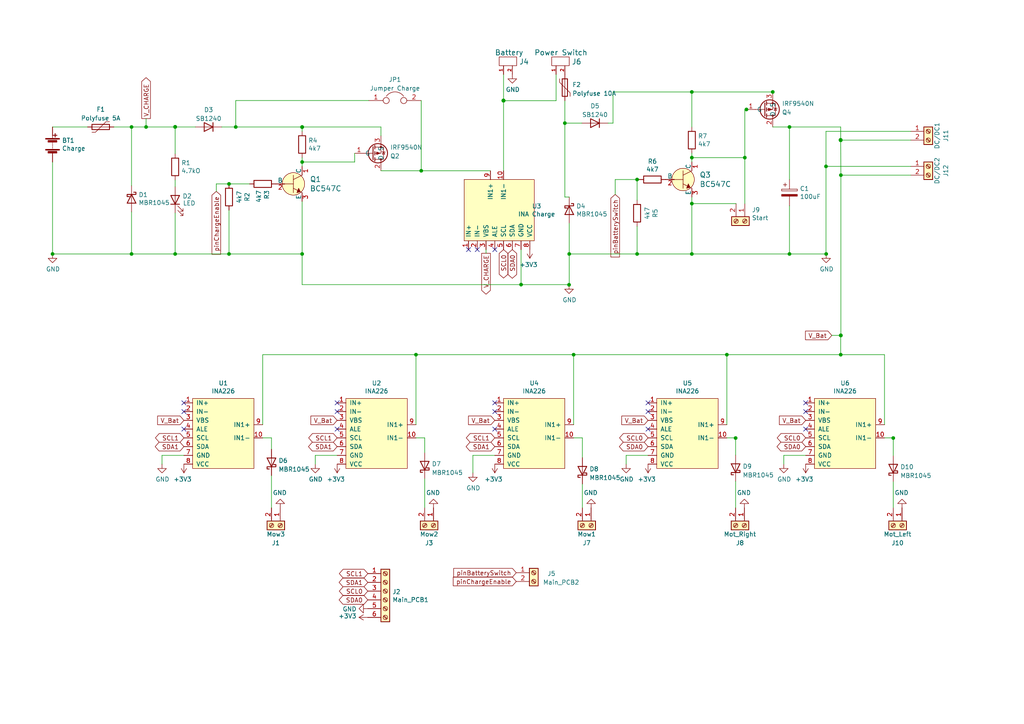
<source format=kicad_sch>
(kicad_sch (version 20211123) (generator eeschema)
  (paper "A4")
  (title_block (title "PowerPCB") (date "2024-02-07") (rev "v1.09.1") (comment 1 "Redesign by S.D original by Bernard") (comment 2 "Designed for TeensyMower"))
  (lib_symbols
    (symbol "Connector:Screw_Terminal_01x02" (pin_names (offset 1.016) hide)
      (property "Reference" "J" (at 0 2.54 0))
      (property "Value" "Screw_Terminal_01x02" (at 0 -5.08 0))
      (symbol "Screw_Terminal_01x02_1_1"
        (rectangle (start -1.27 1.27) (end 1.27 -3.81) (stroke (width 0.254)) (fill (type background)))
        (circle (center 0 -2.54) (radius 0.635) (stroke (width 0.1524)))
        (polyline (pts (xy -0.5334 -2.2098) (xy 0.3302 -3.048)) (stroke (width 0.1524)))
        (polyline (pts (xy -0.5334 0.3302) (xy 0.3302 -0.508)) (stroke (width 0.1524)))
        (polyline (pts (xy -0.3556 -2.032) (xy 0.508 -2.8702)) (stroke (width 0.1524)))
        (polyline (pts (xy -0.3556 0.508) (xy 0.508 -0.3302)) (stroke (width 0.1524)))
        (circle (center 0 0) (radius 0.635) (stroke (width 0.1524)))
        (pin passive line (at -5.08 0 0) (length 3.81) (name "Pin_1") (number "1"))
        (pin passive line (at -5.08 -2.54 0) (length 3.81) (name "Pin_2") (number "2"))
      )
    )
    (symbol "Connector:Screw_Terminal_01x06" (pin_names (offset 1.016) hide)
      (property "Reference" "J" (at 0 7.62 0))
      (property "Value" "Screw_Terminal_01x06" (at 0 -10.16 0))
      (symbol "Screw_Terminal_01x06_1_1"
        (rectangle (start -1.27 6.35) (end 1.27 -8.89) (stroke (width 0.254)) (fill (type background)))
        (circle (center 0 -7.62) (radius 0.635) (stroke (width 0.1524)))
        (circle (center 0 -5.08) (radius 0.635) (stroke (width 0.1524)))
        (circle (center 0 -2.54) (radius 0.635) (stroke (width 0.1524)))
        (polyline (pts (xy -0.5334 -7.2898) (xy 0.3302 -8.128)) (stroke (width 0.1524)))
        (polyline (pts (xy -0.5334 -4.7498) (xy 0.3302 -5.588)) (stroke (width 0.1524)))
        (polyline (pts (xy -0.5334 -2.2098) (xy 0.3302 -3.048)) (stroke (width 0.1524)))
        (polyline (pts (xy -0.5334 0.3302) (xy 0.3302 -0.508)) (stroke (width 0.1524)))
        (polyline (pts (xy -0.5334 2.8702) (xy 0.3302 2.032)) (stroke (width 0.1524)))
        (polyline (pts (xy -0.5334 5.4102) (xy 0.3302 4.572)) (stroke (width 0.1524)))
        (polyline (pts (xy -0.3556 -7.112) (xy 0.508 -7.9502)) (stroke (width 0.1524)))
        (polyline (pts (xy -0.3556 -4.572) (xy 0.508 -5.4102)) (stroke (width 0.1524)))
        (polyline (pts (xy -0.3556 -2.032) (xy 0.508 -2.8702)) (stroke (width 0.1524)))
        (polyline (pts (xy -0.3556 0.508) (xy 0.508 -0.3302)) (stroke (width 0.1524)))
        (polyline (pts (xy -0.3556 3.048) (xy 0.508 2.2098)) (stroke (width 0.1524)))
        (polyline (pts (xy -0.3556 5.588) (xy 0.508 4.7498)) (stroke (width 0.1524)))
        (circle (center 0 0) (radius 0.635) (stroke (width 0.1524)))
        (circle (center 0 2.54) (radius 0.635) (stroke (width 0.1524)))
        (circle (center 0 5.08) (radius 0.635) (stroke (width 0.1524)))
        (pin passive line (at -5.08 5.08 0) (length 3.81) (name "Pin_1") (number "1"))
        (pin passive line (at -5.08 2.54 0) (length 3.81) (name "Pin_2") (number "2"))
        (pin passive line (at -5.08 0 0) (length 3.81) (name "Pin_3") (number "3"))
        (pin passive line (at -5.08 -2.54 0) (length 3.81) (name "Pin_4") (number "4"))
        (pin passive line (at -5.08 -5.08 0) (length 3.81) (name "Pin_5") (number "5"))
        (pin passive line (at -5.08 -7.62 0) (length 3.81) (name "Pin_6") (number "6"))
      )
    )
    (symbol "Device:Battery" (pin_numbers hide) (pin_names (offset 0) hide)
      (property "Reference" "BT" (at 2.54 2.54 0))
      (property "Value" "Battery" (at 2.54 0 0))
      (symbol "Battery_0_1"
        (rectangle (start -2.032 -1.397) (end 2.032 -1.651) (fill (type outline)))
        (rectangle (start -2.032 1.778) (end 2.032 1.524) (fill (type outline)))
        (rectangle (start -1.3208 -1.9812) (end 1.27 -2.4892) (fill (type outline)))
        (rectangle (start -1.3208 1.1938) (end 1.27 0.6858) (fill (type outline)))
        (polyline (pts (xy 0 -1.524) (xy 0 -1.27)))
        (polyline (pts (xy 0 -1.016) (xy 0 -0.762)))
        (polyline (pts (xy 0 -0.508) (xy 0 -0.254)))
        (polyline (pts (xy 0 0) (xy 0 0.254)))
        (polyline (pts (xy 0 0.508) (xy 0 0.762)))
        (polyline (pts (xy 0 1.778) (xy 0 2.54)))
        (polyline (pts (xy 0.254 2.667) (xy 1.27 2.667)) (stroke (width 0.254)))
        (polyline (pts (xy 0.762 3.175) (xy 0.762 2.159)) (stroke (width 0.254)))
      )
      (symbol "Battery_1_1"
        (pin passive line (at 0 5.08 270) (length 2.54) (name "+") (number "1"))
        (pin passive line (at 0 -5.08 90) (length 2.54) (name "-") (number "2"))
      )
    )
    (symbol "Device:CP" (pin_numbers hide) (pin_names (offset 0.254))
      (property "Reference" "C" (at 0.635 2.54 0))
      (property "Value" "CP" (at 0.635 -2.54 0))
      (symbol "CP_0_1"
        (rectangle (start -2.286 0.508) (end 2.286 1.016))
        (polyline (pts (xy -1.778 2.286) (xy -0.762 2.286)))
        (polyline (pts (xy -1.27 2.794) (xy -1.27 1.778)))
        (rectangle (start 2.286 -0.508) (end -2.286 -1.016) (fill (type outline)))
      )
      (symbol "CP_1_1"
        (pin passive line (at 0 3.81 270) (length 2.794) (name "~") (number "1"))
        (pin passive line (at 0 -3.81 90) (length 2.794) (name "~") (number "2"))
      )
    )
    (symbol "Device:Jumper" (pin_names (offset 0.762) hide)
      (property "Reference" "JP" (at 0 3.81 0))
      (property "Value" "Jumper" (at 0 -2.032 0))
      (symbol "Jumper_0_1"
        (circle (center -2.54 0) (radius 0.889))
        (arc (start 2.5146 1.27) (mid 0.0078 2.5097) (end -2.4892 1.27))
        (circle (center 2.54 0) (radius 0.889))
        (pin passive line (at -7.62 0 0) (length 4.191) (name "1") (number "1"))
        (pin passive line (at 7.62 0 180) (length 4.191) (name "2") (number "2"))
      )
    )
    (symbol "Device:LED" (pin_numbers hide) (pin_names (offset 1.016) hide)
      (property "Reference" "D" (at 0 2.54 0))
      (property "Value" "LED" (at 0 -2.54 0))
      (symbol "LED_0_1"
        (polyline (pts (xy -1.27 -1.27) (xy -1.27 1.27)) (stroke (width 0.254)))
        (polyline (pts (xy -1.27 0) (xy 1.27 0)))
        (polyline (pts (xy 1.27 -1.27) (xy 1.27 1.27) (xy -1.27 0) (xy 1.27 -1.27)) (stroke (width 0.254)))
        (polyline (pts (xy -3.048 -0.762) (xy -4.572 -2.286) (xy -3.81 -2.286) (xy -4.572 -2.286) (xy -4.572 -1.524)))
        (polyline (pts (xy -1.778 -0.762) (xy -3.302 -2.286) (xy -2.54 -2.286) (xy -3.302 -2.286) (xy -3.302 -1.524)))
      )
      (symbol "LED_1_1"
        (pin passive line (at -3.81 0 0) (length 2.54) (name "K") (number "1"))
        (pin passive line (at 3.81 0 180) (length 2.54) (name "A") (number "2"))
      )
    )
    (symbol "Device:Polyfuse" (pin_numbers hide) (pin_names (offset 0))
      (property "Reference" "F" (at -2.54 0 90))
      (property "Value" "Polyfuse" (at 2.54 0 90))
      (symbol "Polyfuse_0_1"
        (rectangle (start -0.762 2.54) (end 0.762 -2.54) (stroke (width 0.254)))
        (polyline (pts (xy 0 2.54) (xy 0 -2.54)))
        (polyline (pts (xy -1.524 2.54) (xy -1.524 1.524) (xy 1.524 -1.524) (xy 1.524 -2.54)))
      )
      (symbol "Polyfuse_1_1"
        (pin passive line (at 0 3.81 270) (length 1.27) (name "~") (number "1"))
        (pin passive line (at 0 -3.81 90) (length 1.27) (name "~") (number "2"))
      )
    )
    (symbol "Device:R" (pin_numbers hide) (pin_names (offset 0))
      (property "Reference" "R" (at 2.032 0 90))
      (property "Value" "R" (at 0 0 90))
      (symbol "R_0_1"
        (rectangle (start -1.016 -2.54) (end 1.016 2.54) (stroke (width 0.254)))
      )
      (symbol "R_1_1"
        (pin passive line (at 0 3.81 270) (length 1.27) (name "~") (number "1"))
        (pin passive line (at 0 -3.81 90) (length 1.27) (name "~") (number "2"))
      )
    )
    (symbol "Diode:1N5401" (pin_numbers hide) (pin_names (offset 1.016) hide)
      (property "Reference" "D" (at 0 2.54 0))
      (property "Value" "1N5401" (at 0 -2.54 0))
      (symbol "1N5401_0_1"
        (polyline (pts (xy -1.27 1.27) (xy -1.27 -1.27)) (stroke (width 0.254)))
        (polyline (pts (xy 1.27 0) (xy -1.27 0)))
        (polyline (pts (xy 1.27 1.27) (xy 1.27 -1.27) (xy -1.27 0) (xy 1.27 1.27)) (stroke (width 0.254)))
      )
      (symbol "1N5401_1_1"
        (pin passive line (at -3.81 0 0) (length 2.54) (name "K") (number "1"))
        (pin passive line (at 3.81 0 180) (length 2.54) (name "A") (number "2"))
      )
    )
    (symbol "Diode:MBR735" (pin_numbers hide) (pin_names (offset 1.016) hide)
      (property "Reference" "D" (at 0 2.54 0))
      (property "Value" "MBR735" (at 0 -2.54 0))
      (symbol "MBR735_0_1"
        (polyline (pts (xy 1.27 0) (xy -1.27 0)))
        (polyline (pts (xy 1.27 1.27) (xy 1.27 -1.27) (xy -1.27 0) (xy 1.27 1.27)) (stroke (width 0.254)))
        (polyline (pts (xy -1.905 0.635) (xy -1.905 1.27) (xy -1.27 1.27) (xy -1.27 -1.27) (xy -0.635 -1.27) (xy -0.635 -0.635)) (stroke (width 0.254)))
      )
      (symbol "MBR735_1_1"
        (pin passive line (at -3.81 0 0) (length 2.54) (name "K") (number "1"))
        (pin passive line (at 3.81 0 180) (length 2.54) (name "A") (number "2"))
      )
    )
    (symbol "Diode:MBR745" (pin_numbers hide) (pin_names (offset 1.016) hide)
      (property "Reference" "D" (at 0 2.54 0))
      (property "Value" "MBR745" (at 0 -2.54 0))
      (symbol "MBR745_0_1"
        (polyline (pts (xy 1.27 0) (xy -1.27 0)))
        (polyline (pts (xy 1.27 1.27) (xy 1.27 -1.27) (xy -1.27 0) (xy 1.27 1.27)) (stroke (width 0.254)))
        (polyline (pts (xy -1.905 0.635) (xy -1.905 1.27) (xy -1.27 1.27) (xy -1.27 -1.27) (xy -0.635 -1.27) (xy -0.635 -0.635)) (stroke (width 0.254)))
      )
      (symbol "MBR745_1_1"
        (pin passive line (at -3.81 0 0) (length 2.54) (name "K") (number "1"))
        (pin passive line (at 3.81 0 180) (length 2.54) (name "A") (number "2"))
      )
    )
    (symbol "IRF9540N_2"
      (property "Reference" "Q" (at 5.08 1.905 0))
      (property "Value" "IRF9540N_2" (at 5.08 0 0))
      (symbol "IRF9540N_2_0_1"
        (polyline (pts (xy 0.254 0) (xy -2.54 0)))
        (polyline (pts (xy 0.254 1.905) (xy 0.254 -1.905)) (stroke (width 0.254)))
        (polyline (pts (xy 0.762 -1.27) (xy 0.762 -2.286)) (stroke (width 0.254)))
        (polyline (pts (xy 0.762 0.508) (xy 0.762 -0.508)) (stroke (width 0.254)))
        (polyline (pts (xy 0.762 2.286) (xy 0.762 1.27)) (stroke (width 0.254)))
        (polyline (pts (xy 2.54 2.54) (xy 2.54 1.778)))
        (polyline (pts (xy 2.54 -2.54) (xy 2.54 0) (xy 0.762 0)))
        (polyline (pts (xy 0.762 1.778) (xy 3.302 1.778) (xy 3.302 -1.778) (xy 0.762 -1.778)))
        (polyline (pts (xy 2.286 0) (xy 1.27 0.381) (xy 1.27 -0.381) (xy 2.286 0)) (fill (type outline)))
        (polyline (pts (xy 2.794 -0.508) (xy 2.921 -0.381) (xy 3.683 -0.381) (xy 3.81 -0.254)))
        (polyline (pts (xy 3.302 -0.381) (xy 2.921 0.254) (xy 3.683 0.254) (xy 3.302 -0.381)))
        (circle (center 1.651 0) (radius 2.794) (stroke (width 0.254)))
        (circle (center 2.54 -1.778) (radius 0.254) (fill (type outline)))
        (circle (center 2.54 1.778) (radius 0.254) (fill (type outline)))
      )
      (symbol "IRF9540N_2_1_1"
        (pin input line (at -5.08 0 0) (length 2.54) (name "G") (number "1"))
        (pin passive line (at 2.54 5.08 270) (length 2.54) (name "D") (number "2"))
        (pin passive line (at 2.54 -5.08 90) (length 2.54) (name "S") (number "3"))
      )
    )
    (symbol "Mechanical:MountingHole_Pad" (pin_numbers hide) (pin_names (offset 1.016) hide)
      (property "Reference" "H" (at 0 6.35 0))
      (property "Value" "MountingHole_Pad" (at 0 4.445 0))
      (symbol "MountingHole_Pad_0_1"
        (circle (center 0 1.27) (radius 1.27) (stroke (width 1.27)))
      )
      (symbol "MountingHole_Pad_1_1"
        (pin input line (at 0 -2.54 90) (length 2.54) (name "1") (number "1"))
      )
    )
    (symbol "charge_pcb-rescue:BC548BTA-dk_Transistors-Bipolar-BJT-Single-charge_pcb-rescue" (pin_names (offset 0))
      (property "Reference" "Q" (at -3.2004 4.2164 0))
      (property "Value" "BC548BTA-dk_Transistors-Bipolar-BJT-Single-charge_pcb-rescue" (at 5.2324 0 90))
      (symbol "BC548BTA-dk_Transistors-Bipolar-BJT-Single-charge_pcb-rescue_0_1"
        (polyline (pts (xy -3.81 0) (xy -2.54 0)))
        (polyline (pts (xy -3.556 0) (xy 0 0)))
        (polyline (pts (xy 0 -1.27) (xy 2.54 -2.54)))
        (polyline (pts (xy 0 1.27) (xy 2.54 2.54)))
        (polyline (pts (xy 0 2.54) (xy 0 -2.54)))
        (polyline (pts (xy 1.524 -1.27) (xy 2.032 -2.286) (xy 1.016 -2.54) (xy 1.524 -1.27)) (fill (type outline)))
        (circle (center 0 0) (radius 3.2512) (fill (type background)))
      )
      (symbol "BC548BTA-dk_Transistors-Bipolar-BJT-Single-charge_pcb-rescue_1_1"
        (pin passive line (at 2.54 5.08 270) (length 2.54) (name "C") (number "1"))
        (pin input line (at -5.08 0 0) (length 2.54) (name "B") (number "2"))
        (pin passive line (at 2.54 -5.08 90) (length 2.54) (name "E") (number "3"))
      )
    )
    (symbol "charge_pcb-rescue:GND-Lötpad_2,5mm-charge_pcb-rescue" (power) (pin_names (offset 0))
      (property "Value" "GND-Lötpad_2,5mm-charge_pcb-rescue" (at 0 -3.81 0))
      (symbol "GND-Lötpad_2,5mm-charge_pcb-rescue_0_1"
        (polyline (pts (xy 0 0) (xy 0 -1.27) (xy 1.27 -1.27) (xy 0 -2.54) (xy -1.27 -1.27) (xy 0 -1.27)))
      )
      (symbol "GND-Lötpad_2,5mm-charge_pcb-rescue_1_1"
        (pin power_in line (at 0 0 270) (length 0) hide (name "GND") (number "1"))
      )
    )
    (symbol "charge_pcb-rescue:HEADER_2-Zimprich-charge_pcb-rescue" (pin_names (offset 0))
      (property "Reference" "J" (at 0 3.81 0))
      (property "Value" "HEADER_2-Zimprich-charge_pcb-rescue" (at 0 -3.81 0))
      (symbol "HEADER_2-Zimprich-charge_pcb-rescue_0_1"
        (rectangle (start 2.54 2.54) (end 0 -2.54))
      )
      (symbol "HEADER_2-Zimprich-charge_pcb-rescue_1_1"
        (pin passive line (at -2.54 1.27 0) (length 2.54) (name "~") (number "1"))
        (pin passive line (at -2.54 -1.27 0) (length 2.54) (name "~") (number "2"))
      )
    )
    (symbol "charge_pcb-rescue:INA226-Sense_I2C" (pin_names (offset 1.016))
      (property "Reference" "U" (at 0 11.43 0))
      (property "Value" "INA226-Sense_I2C" (at 3.81 -6.35 0))
      (symbol "INA226-Sense_I2C_0_1"
        (rectangle (start 8.89 -10.16) (end -8.89 10.16) (fill (type background)))
      )
      (symbol "INA226-Sense_I2C_1_1"
        (pin input line (at -11.43 8.89 0) (length 2.54) (name "IN+") (number "1"))
        (pin input line (at 11.43 -1.27 180) (length 2.54) (name "IN1-") (number "10"))
        (pin input line (at -11.43 6.35 0) (length 2.54) (name "IN-") (number "2"))
        (pin input line (at -11.43 3.81 0) (length 2.54) (name "VBS") (number "3"))
        (pin input line (at -11.43 1.27 0) (length 2.54) (name "ALE") (number "4"))
        (pin bidirectional line (at -11.43 -1.27 0) (length 2.54) (name "SCL") (number "5"))
        (pin bidirectional line (at -11.43 -3.81 0) (length 2.54) (name "SDA") (number "6"))
        (pin input line (at -11.43 -6.35 0) (length 2.54) (name "GND") (number "7"))
        (pin input line (at -11.43 -8.89 0) (length 2.54) (name "VCC") (number "8"))
        (pin input line (at 11.43 2.54 180) (length 2.54) (name "IN1+") (number "9"))
      )
    )
    (symbol "power:+3.3V" (power) (pin_names (offset 0))
      (property "Value" "+3.3V" (at 0 3.556 0))
      (symbol "+3.3V_0_1"
        (polyline (pts (xy -0.762 1.27) (xy 0 2.54)))
        (polyline (pts (xy 0 0) (xy 0 2.54)))
        (polyline (pts (xy 0 2.54) (xy 0.762 1.27)))
      )
      (symbol "+3.3V_1_1"
        (pin power_in line (at 0 0 90) (length 0) hide (name "+3V3") (number "1"))
      )
    )
    (symbol "power:+3V3" (power) (pin_names (offset 0))
      (property "Value" "+3V3" (at 0 3.556 0))
      (symbol "+3V3_0_1"
        (polyline (pts (xy -0.762 1.27) (xy 0 2.54)))
        (polyline (pts (xy 0 0) (xy 0 2.54)))
        (polyline (pts (xy 0 2.54) (xy 0.762 1.27)))
      )
      (symbol "+3V3_1_1"
        (pin power_in line (at 0 0 90) (length 0) hide (name "+3V3") (number "1"))
      )
    )
    (symbol "power:GND" (power) (pin_names (offset 0))
      (property "Value" "GND" (at 0 -3.81 0))
      (symbol "GND_0_1"
        (polyline (pts (xy 0 0) (xy 0 -1.27) (xy 1.27 -1.27) (xy 0 -2.54) (xy -1.27 -1.27) (xy 0 -1.27)))
      )
      (symbol "GND_1_1"
        (pin power_in line (at 0 0 270) (length 0) hide (name "GND") (number "1"))
      )
    )
  )
  (junction (at 15.24 73.66))
  (junction (at 38.1508 73.66))
  (junction (at 213.36 127.0508))
  (junction (at 243.8908 97.282))
  (junction (at 42.3672 36.83))
  (junction (at 146.05 29.21))
  (junction (at 38.1508 36.83))
  (junction (at 210.82 102.87))
  (junction (at 66.421 73.66))
  (junction (at 200.66 45.72))
  (junction (at 200.66 26.67))
  (junction (at 165.1 73.66))
  (junction (at 87.63 73.66))
  (junction (at 145.9992 29.1592))
  (junction (at 165.0492 82.6008))
  (junction (at 87.63 36.83))
  (junction (at 166.37 102.87))
  (junction (at 216.5096 31.75))
  (junction (at 243.84 40.64))
  (junction (at 239.6236 73.66))
  (junction (at 87.63 46.99))
  (junction (at 239.5728 48.26))
  (junction (at 163.83 35.7124))
  (junction (at 68.3768 36.83))
  (junction (at 120.65 102.87))
  (junction (at 224.1296 26.67))
  (junction (at 66.421 53.34))
  (junction (at 259.08 127.0508))
  (junction (at 228.981 73.66))
  (junction (at 243.84 40.6908))
  (junction (at 243.8908 50.8))
  (junction (at 50.8 73.66))
  (junction (at 228.981 36.83))
  (junction (at 87.63 36.8808))
  (junction (at 243.84 40.5892))
  (junction (at 122.174 49.53))
  (junction (at 200.66 59.055))
  (junction (at 243.7892 40.5892))
  (junction (at 243.84 97.282))
  (junction (at 50.8 36.7792))
  (junction (at 184.785 52.07))
  (junction (at 216.027 45.72))
  (junction (at 50.8 36.83))
  (junction (at 151.13 82.55))
  (junction (at 243.84 102.87))
  (junction (at 146.05 29.1592))
  (junction (at 200.66 73.66))
  (junction (at 184.785 73.66))
  (no_connect (at 187.96 119.38))
  (no_connect (at 233.68 124.46))
  (no_connect (at 97.79 124.46))
  (no_connect (at 53.34 119.38))
  (no_connect (at 53.34 124.46))
  (no_connect (at 187.96 124.46))
  (no_connect (at 138.43 72.39))
  (no_connect (at 135.89 72.39))
  (no_connect (at 233.68 119.38))
  (no_connect (at 143.51 72.39))
  (no_connect (at 187.96 116.84))
  (no_connect (at 143.51 119.38))
  (no_connect (at 97.79 119.38))
  (no_connect (at 143.51 116.84))
  (no_connect (at 233.68 116.84))
  (no_connect (at 97.79 116.84))
  (no_connect (at 53.34 116.84))
  (no_connect (at 143.51 124.46))
  (wire (pts (xy 163.83 35.7124) (xy 168.7576 35.7124)))
  (wire (pts (xy 66.421 53.34) (xy 72.39 53.34)))
  (wire (pts (xy 66.421 60.96) (xy 66.421 73.66)))
  (wire (pts (xy 123.19 138.8872) (xy 123.19 147.32)))
  (wire (pts (xy 87.63 46.99) (xy 87.63 48.26)))
  (wire (pts (xy 210.82 127) (xy 213.36 127)))
  (wire (pts (xy 66.421 73.66) (xy 87.63 73.66)))
  (wire (pts (xy 184.785 52.07) (xy 178.435 52.07)))
  (wire (pts (xy 200.66 73.66) (xy 228.981 73.66)))
  (wire (pts (xy 78.74 137.922) (xy 78.74 147.32)))
  (wire (pts (xy 97.79 132.08) (xy 91.44 132.08)))
  (wire (pts (xy 87.63 82.55) (xy 151.13 82.55)))
  (wire (pts (xy 42.3672 36.83) (xy 50.8 36.83)))
  (wire (pts (xy 38.1508 53.848) (xy 38.1508 36.83)))
  (wire (pts (xy 243.8908 50.8) (xy 264.16 50.8)))
  (wire (pts (xy 243.84 40.64) (xy 243.84 40.6908)))
  (wire (pts (xy 33.02 36.83) (xy 38.1508 36.83)))
  (wire (pts (xy 64.3128 36.83) (xy 68.3768 36.83)))
  (wire (pts (xy 213.36 127.0508) (xy 213.36 131.9784)))
  (wire (pts (xy 163.83 29.21) (xy 163.83 35.7124)))
  (wire (pts (xy 166.37 102.87) (xy 210.82 102.87)))
  (wire (pts (xy 146.05 29.1592) (xy 146.05 29.21)))
  (wire (pts (xy 264.16 48.26) (xy 239.5728 48.26)))
  (wire (pts (xy 228.981 36.83) (xy 243.84 36.83)))
  (wire (pts (xy 15.24 73.66) (xy 38.1508 73.66)))
  (wire (pts (xy 50.8 36.83) (xy 56.6928 36.83)))
  (wire (pts (xy 87.63 36.83) (xy 110.49 36.83)))
  (wire (pts (xy 241.2492 97.282) (xy 243.84 97.282)))
  (wire (pts (xy 216.535 31.75) (xy 216.5096 31.75)))
  (wire (pts (xy 50.8 61.7728) (xy 50.8 73.66)))
  (wire (pts (xy 184.785 65.659) (xy 184.785 73.66)))
  (wire (pts (xy 53.34 132.08) (xy 46.99 132.08)))
  (wire (pts (xy 200.66 26.67) (xy 200.66 36.83)))
  (wire (pts (xy 140.97 73.4568) (xy 140.97 72.39)))
  (wire (pts (xy 166.37 123.19) (xy 166.37 102.87)))
  (wire (pts (xy 200.66 57.15) (xy 200.66 59.055)))
  (wire (pts (xy 161.29 21.59) (xy 161.29 29.21)))
  (wire (pts (xy 76.2 123.19) (xy 76.2 102.87)))
  (wire (pts (xy 87.63 46.99) (xy 102.87 46.99)))
  (wire (pts (xy 243.84 36.83) (xy 243.84 40.5892)))
  (wire (pts (xy 62.738 53.34) (xy 62.738 55.499)))
  (wire (pts (xy 91.44 132.08) (xy 91.44 134.62)))
  (wire (pts (xy 200.66 44.45) (xy 200.66 45.72)))
  (wire (pts (xy 228.981 73.66) (xy 239.5728 73.66)))
  (wire (pts (xy 259.08 139.7508) (xy 259.08 147.32)))
  (wire (pts (xy 50.8 73.66) (xy 66.421 73.66)))
  (wire (pts (xy 168.91 127) (xy 168.91 132.7404)))
  (wire (pts (xy 200.66 45.72) (xy 216.027 45.72)))
  (wire (pts (xy 165.1 73.66) (xy 165.1 64.77)))
  (wire (pts (xy 38.1508 61.468) (xy 38.1508 73.66)))
  (wire (pts (xy 87.63 36.8808) (xy 87.63 38.1)))
  (wire (pts (xy 50.8 36.83) (xy 50.8 44.6024)))
  (wire (pts (xy 137.16 132.08) (xy 137.16 137.16)))
  (wire (pts (xy 177.8 35.7124) (xy 177.8 26.67)))
  (wire (pts (xy 151.13 72.39) (xy 151.13 82.55)))
  (wire (pts (xy 243.7892 40.5892) (xy 243.84 40.5892)))
  (wire (pts (xy 187.96 132.08) (xy 181.61 132.08)))
  (wire (pts (xy 213.36 127) (xy 213.36 127.0508)))
  (wire (pts (xy 181.61 132.08) (xy 181.61 134.62)))
  (wire (pts (xy 122.174 29.1592) (xy 122.174 49.53)))
  (wire (pts (xy 15.24 36.83) (xy 25.4 36.83)))
  (wire (pts (xy 143.51 132.08) (xy 137.16 132.08)))
  (wire (pts (xy 200.66 45.72) (xy 200.66 46.99)))
  (wire (pts (xy 243.84 40.5892) (xy 243.84 40.64)))
  (wire (pts (xy 38.1508 36.83) (xy 42.3672 36.83)))
  (wire (pts (xy 110.49 49.53) (xy 122.174 49.53)))
  (wire (pts (xy 165.1 73.66) (xy 184.785 73.66)))
  (wire (pts (xy 228.981 59.69) (xy 228.981 73.66)))
  (wire (pts (xy 216.027 45.72) (xy 216.027 59.055)))
  (wire (pts (xy 122.174 49.53) (xy 142.24 49.53)))
  (wire (pts (xy 76.2 127) (xy 78.74 127)))
  (wire (pts (xy 224.1296 36.83) (xy 228.981 36.83)))
  (wire (pts (xy 68.3768 29.1592) (xy 106.934 29.1592)))
  (wire (pts (xy 87.63 45.72) (xy 87.63 46.99)))
  (wire (pts (xy 50.8 52.2224) (xy 50.8 54.1528)))
  (wire (pts (xy 200.66 59.055) (xy 200.66 73.66)))
  (wire (pts (xy 110.49 36.83) (xy 110.49 39.37)))
  (wire (pts (xy 78.74 127) (xy 78.74 130.302)))
  (wire (pts (xy 259.08 127) (xy 259.08 127.0508)))
  (wire (pts (xy 216.027 31.75) (xy 216.027 45.72)))
  (wire (pts (xy 184.785 58.039) (xy 184.785 52.07)))
  (wire (pts (xy 120.65 102.87) (xy 166.37 102.87)))
  (wire (pts (xy 38.1508 73.66) (xy 50.8 73.66)))
  (wire (pts (xy 123.19 127) (xy 123.19 131.2672)))
  (wire (pts (xy 228.981 52.07) (xy 228.981 36.83)))
  (wire (pts (xy 264.16 38.1) (xy 239.5728 38.1)))
  (wire (pts (xy 243.84 40.64) (xy 243.8908 50.8)))
  (wire (pts (xy 256.54 102.87) (xy 256.54 123.19)))
  (wire (pts (xy 210.82 123.19) (xy 210.82 102.87)))
  (wire (pts (xy 200.66 26.67) (xy 224.1296 26.67)))
  (wire (pts (xy 259.08 127.0508) (xy 259.08 132.1308)))
  (wire (pts (xy 233.68 132.08) (xy 227.33 132.08)))
  (wire (pts (xy 184.785 73.66) (xy 200.66 73.66)))
  (wire (pts (xy 224.1296 26.67) (xy 224.155 26.67)))
  (wire (pts (xy 256.54 127) (xy 259.08 127)))
  (wire (pts (xy 239.5728 48.26) (xy 239.5728 73.66)))
  (wire (pts (xy 243.84 102.87) (xy 256.54 102.87)))
  (wire (pts (xy 146.05 29.21) (xy 146.05 49.53)))
  (wire (pts (xy 243.84 40.64) (xy 264.16 40.64)))
  (wire (pts (xy 68.3768 36.83) (xy 68.3768 29.1592)))
  (wire (pts (xy 120.65 127) (xy 123.19 127)))
  (wire (pts (xy 166.37 127) (xy 168.91 127)))
  (wire (pts (xy 213.487 59.055) (xy 200.66 59.055)))
  (wire (pts (xy 66.421 53.34) (xy 62.738 53.34)))
  (wire (pts (xy 243.84 97.282) (xy 243.84 102.87)))
  (wire (pts (xy 163.83 35.7124) (xy 163.83 57.15)))
  (wire (pts (xy 151.13 82.55) (xy 165.1 82.55)))
  (wire (pts (xy 145.9992 29.1592) (xy 146.05 29.1592)))
  (wire (pts (xy 177.8 26.67) (xy 200.66 26.67)))
  (wire (pts (xy 239.5728 38.1) (xy 239.5728 48.26)))
  (wire (pts (xy 87.63 73.66) (xy 87.63 58.42)))
  (wire (pts (xy 227.33 132.08) (xy 227.33 134.62)))
  (wire (pts (xy 146.05 21.59) (xy 146.05 29.1592)))
  (wire (pts (xy 168.91 140.3604) (xy 168.91 147.32)))
  (wire (pts (xy 243.8908 50.8) (xy 243.8908 97.282)))
  (wire (pts (xy 76.2 102.87) (xy 120.65 102.87)))
  (wire (pts (xy 42.3672 34.3916) (xy 42.3672 36.83)))
  (wire (pts (xy 120.65 123.19) (xy 120.65 102.87)))
  (wire (pts (xy 87.63 82.55) (xy 87.63 73.66)))
  (wire (pts (xy 46.99 132.08) (xy 46.99 134.62)))
  (wire (pts (xy 185.42 52.07) (xy 184.785 52.07)))
  (wire (pts (xy 15.24 73.66) (xy 15.24 46.99)))
  (wire (pts (xy 161.29 29.21) (xy 146.05 29.21)))
  (wire (pts (xy 68.3768 36.83) (xy 87.63 36.83)))
  (wire (pts (xy 178.435 52.07) (xy 178.435 56.388)))
  (wire (pts (xy 50.8 36.83) (xy 50.8 36.7792)))
  (wire (pts (xy 176.3776 35.7124) (xy 177.8 35.7124)))
  (wire (pts (xy 213.36 139.5984) (xy 213.36 147.32)))
  (wire (pts (xy 102.87 46.99) (xy 102.87 44.45)))
  (wire (pts (xy 216.5096 31.75) (xy 216.027 31.75)))
  (wire (pts (xy 87.63 36.83) (xy 87.63 36.8808)))
  (wire (pts (xy 243.84 102.87) (xy 210.82 102.87)))
  (wire (pts (xy 243.8908 97.282) (xy 243.84 97.282)))
  (wire (pts (xy 163.83 57.15) (xy 165.1 57.15)))
  (wire (pts (xy 165.1 82.55) (xy 165.1 73.66)))
  (global_label "SDA1" (shape bidirectional) (at 53.34 129.54 180) (property "Intersheet References" "${INTERSHEET_REFS}" (effects hide)))
  (global_label "SDA1" (shape bidirectional) (at 106.68 168.91 180) (property "Intersheet References" "${INTERSHEET_REFS}" (effects hide)))
  (global_label "V_CHARGE" (shape output) (at 140.97 73.4568 270) (property "Intersheet References" "${INTERSHEET_REFS}" (effects hide)))
  (global_label "SCL1" (shape bidirectional) (at 143.51 127 180) (property "Intersheet References" "${INTERSHEET_REFS}" (effects hide)))
  (global_label "V_Bat" (shape input) (at 53.34 121.92 180) (property "Intersheet References" "${INTERSHEET_REFS}" (effects hide)))
  (global_label "pinChargeEnable" (shape input) (at 149.733 168.656 180) (property "Intersheet References" "${INTERSHEET_REFS}" (effects hide)))
  (global_label "SDA0" (shape bidirectional) (at 106.68 173.99 180) (property "Intersheet References" "${INTERSHEET_REFS}" (effects hide)))
  (global_label "pinChargeEnable" (shape input) (at 62.738 55.499 270) (property "Intersheet References" "${INTERSHEET_REFS}" (effects hide)))
  (global_label "SDA1" (shape bidirectional) (at 143.51 129.54 180) (property "Intersheet References" "${INTERSHEET_REFS}" (effects hide)))
  (global_label "SCL0" (shape bidirectional) (at 106.68 171.45 180) (property "Intersheet References" "${INTERSHEET_REFS}" (effects hide)))
  (global_label "SCL0" (shape bidirectional) (at 187.96 127 180) (property "Intersheet References" "${INTERSHEET_REFS}" (effects hide)))
  (global_label "SDA0" (shape bidirectional) (at 233.68 129.54 180) (property "Intersheet References" "${INTERSHEET_REFS}" (effects hide)))
  (global_label "V_Bat" (shape input) (at 143.51 121.92 180) (property "Intersheet References" "${INTERSHEET_REFS}" (effects hide)))
  (global_label "pinBatterySwitch" (shape input) (at 149.733 166.116 180) (property "Intersheet References" "${INTERSHEET_REFS}" (effects hide)))
  (global_label "SDA0" (shape bidirectional) (at 148.59 72.39 270) (property "Intersheet References" "${INTERSHEET_REFS}" (effects hide)))
  (global_label "SCL1" (shape bidirectional) (at 106.68 166.37 180) (property "Intersheet References" "${INTERSHEET_REFS}" (effects hide)))
  (global_label "SDA1" (shape bidirectional) (at 97.79 129.54 180) (property "Intersheet References" "${INTERSHEET_REFS}" (effects hide)))
  (global_label "V_Bat" (shape input) (at 241.2492 97.282 180) (property "Intersheet References" "${INTERSHEET_REFS}" (effects hide)))
  (global_label "SCL1" (shape bidirectional) (at 97.79 127 180) (property "Intersheet References" "${INTERSHEET_REFS}" (effects hide)))
  (global_label "SDA0" (shape bidirectional) (at 187.96 129.54 180) (property "Intersheet References" "${INTERSHEET_REFS}" (effects hide)))
  (global_label "V_Bat" (shape input) (at 97.79 121.92 180) (property "Intersheet References" "${INTERSHEET_REFS}" (effects hide)))
  (global_label "pinBatterySwitch" (shape input) (at 178.435 56.388 270) (property "Intersheet References" "${INTERSHEET_REFS}" (effects hide)))
  (global_label "V_Bat" (shape input) (at 233.68 121.92 180) (property "Intersheet References" "${INTERSHEET_REFS}" (effects hide)))
  (global_label "SCL0" (shape bidirectional) (at 233.68 127 180) (property "Intersheet References" "${INTERSHEET_REFS}" (effects hide)))
  (global_label "SCL0" (shape bidirectional) (at 146.05 72.39 270) (property "Intersheet References" "${INTERSHEET_REFS}" (effects hide)))
  (global_label "SCL1" (shape bidirectional) (at 53.34 127 180) (property "Intersheet References" "${INTERSHEET_REFS}" (effects hide)))
  (global_label "V_Bat" (shape input) (at 187.96 121.92 180) (property "Intersheet References" "${INTERSHEET_REFS}" (effects hide)))
  (global_label "V_CHARGE" (shape output) (at 42.3672 34.3916 90) (property "Intersheet References" "${INTERSHEET_REFS}" (effects hide)))
  (symbol (lib_id "Diode:MBR745") (at 38.1508 57.658 270) (unit 1)
    (property "Reference" "D1" (at 40.1828 56.4896 90) (effects (justify left)))
    (property "Value" "MBR1045" (at 40.1828 58.801 90) (effects (justify left)))
    (property "Footprint" "Package_TO_SOT_THT:TO-220-2_Vertical" (effects hide))
    (property "Datasheet" "http://www.onsemi.com/pub_link/Collateral/MBR735-D.PDF" (effects hide))
  )
  (symbol (lib_id "Device:Battery") (at 15.24 41.91 0) (unit 1)
    (property "Reference" "BT1" (at 17.9832 40.7416 0) (effects (justify left)))
    (property "Value" "Charge" (at 17.9832 43.053 0) (effects (justify left)))
    (property "Footprint" "Zimprich:Anschlussklemme_2P_RM5,08" (effects hide))
  )
  (symbol (lib_id "charge_pcb-rescue:BC548BTA-dk_Transistors-Bipolar-BJT-Single-charge_pcb-rescue") (at 85.09 53.34 0) (unit 1)
    (property "Reference" "Q1" (at 89.8652 51.9938 0) (effects (font (size 1.524 1.524)) (justify left)))
    (property "Value" "BC547C" (at 89.8652 54.6862 0) (effects (font (size 1.524 1.524)) (justify left)))
    (property "Footprint" "digikey-footprints:TO-92-3_Formed_Leads" (effects hide))
    (property "Datasheet" "https://media.digikey.com/pdf/Data%20Sheets/ON%20Semiconductor%20PDFs/BC546-50.pdf" (effects hide))
    (property "Digi-Key_PN" "BC548BTACT-ND" (effects hide))
    (property "MPN" "BC548BTA" (effects hide))
    (property "Category" "Discrete Semiconductor Products" (effects hide))
    (property "Family" "Transistors - Bipolar (BJT) - Single" (effects hide))
    (property "DK_Datasheet_Link" "https://media.digikey.com/pdf/Data%20Sheets/ON%20Semiconductor%20PDFs/BC546-50.pdf" (effects hide))
    (property "DK_Detail_Page" "/product-detail/en/on-semiconductor/BC548BTA/BC548BTACT-ND/4553029" (effects hide))
    (property "Description" "TRANS NPN 30V 0.1A TO-92" (effects hide))
    (property "Manufacturer" "ON Semiconductor" (effects hide))
    (property "Status" "Active" (effects hide))
  )
  (symbol (lib_id "Device:R") (at 87.63 41.91 0) (unit 1)
    (property "Reference" "R4" (at 89.408 40.7416 0) (effects (justify left)))
    (property "Value" "4k7" (at 89.408 43.053 0) (effects (justify left)))
    (property "Footprint" "Resistor_THT:R_Axial_DIN0207_L6.3mm_D2.5mm_P7.62mm_Horizontal" (effects hide))
  )
  (symbol (lib_id "Device:R") (at 76.2 53.34 270) (unit 1)
    (property "Reference" "R3" (at 77.3684 55.118 0) (effects (justify left)))
    (property "Value" "4k7" (at 75.057 55.118 0) (effects (justify left)))
    (property "Footprint" "Resistor_THT:R_Axial_DIN0207_L6.3mm_D2.5mm_P7.62mm_Horizontal" (effects hide))
  )
  (symbol (lib_id "charge_pcb-rescue:HEADER_2-Zimprich-charge_pcb-rescue") (at 162.56 19.05 90) (unit 1)
    (property "Reference" "J6" (at 165.8112 17.907 90) (effects (font (size 1.524 1.524)) (justify right)))
    (property "Value" "Power Switch" (at 154.94 15.24 90) (effects (font (size 1.524 1.524)) (justify right)))
    (property "Footprint" "TerminalBlock:TerminalBlock_bornier-2_P5.08mm" (effects hide))
  )
  (symbol (lib_id "charge_pcb-rescue:HEADER_2-Zimprich-charge_pcb-rescue") (at 147.32 19.05 90) (unit 1)
    (property "Reference" "J4" (at 150.5712 17.907 90) (effects (font (size 1.524 1.524)) (justify right)))
    (property "Value" "Battery" (at 143.51 15.24 90) (effects (font (size 1.524 1.524)) (justify right)))
    (property "Footprint" "TerminalBlock:TerminalBlock_bornier-2_P5.08mm" (effects hide))
  )
  (symbol (lib_id "Device:R") (at 50.8 48.4124 0) (unit 1)
    (property "Reference" "R1" (at 52.578 47.244 0) (effects (justify left)))
    (property "Value" "4.7kO" (at 52.578 49.5554 0) (effects (justify left)))
    (property "Footprint" "Resistor_THT:R_Axial_DIN0207_L6.3mm_D2.5mm_P7.62mm_Horizontal" (effects hide))
  )
  (symbol (lib_id "power:GND") (at 148.59 21.59 0) (unit 1)
    (property "Reference" "#PWR012" (effects hide))
    (property "Value" "GND" (at 148.717 25.9842 0))
  )
  (symbol (lib_id "Diode:MBR745") (at 165.1 60.96 270) (unit 1)
    (property "Reference" "D4" (at 167.132 59.7916 90) (effects (justify left)))
    (property "Value" "MBR1045" (at 167.132 62.103 90) (effects (justify left)))
    (property "Footprint" "Package_TO_SOT_THT:TO-220-2_Vertical" (effects hide))
    (property "Datasheet" "http://www.onsemi.com/pub_link/Collateral/MBR735-D.PDF" (effects hide))
  )
  (symbol (lib_id "charge_pcb-rescue:BC548BTA-dk_Transistors-Bipolar-BJT-Single-charge_pcb-rescue") (at 198.12 52.07 0) (unit 1)
    (property "Reference" "Q3" (at 202.8952 50.7238 0) (effects (font (size 1.524 1.524)) (justify left)))
    (property "Value" "BC547C" (at 202.8952 53.4162 0) (effects (font (size 1.524 1.524)) (justify left)))
    (property "Footprint" "digikey-footprints:TO-92-3_Formed_Leads" (effects hide))
    (property "Datasheet" "https://media.digikey.com/pdf/Data%20Sheets/ON%20Semiconductor%20PDFs/BC546-50.pdf" (effects hide))
    (property "Digi-Key_PN" "BC548BTACT-ND" (effects hide))
    (property "MPN" "BC548BTA" (effects hide))
    (property "Category" "Discrete Semiconductor Products" (effects hide))
    (property "Family" "Transistors - Bipolar (BJT) - Single" (effects hide))
    (property "DK_Datasheet_Link" "https://media.digikey.com/pdf/Data%20Sheets/ON%20Semiconductor%20PDFs/BC546-50.pdf" (effects hide))
    (property "DK_Detail_Page" "/product-detail/en/on-semiconductor/BC548BTA/BC548BTACT-ND/4553029" (effects hide))
    (property "Description" "TRANS NPN 30V 0.1A TO-92" (effects hide))
    (property "Manufacturer" "ON Semiconductor" (effects hide))
    (property "Status" "Active" (effects hide))
  )
  (symbol (lib_id "Mechanical:MountingHole_Pad") (at 300.99 13.97 0) (unit 1)
    (property "Reference" "H1" (at 303.53 12.7254 0) (effects (justify left)))
    (property "Value" "MountingHole_Pad" (at 303.53 15.0368 0) (effects (justify left)))
    (property "Footprint" "MountingHole:MountingHole_3.2mm_M3_DIN965_Pad_TopBottom" (effects hide))
  )
  (symbol (lib_id "Device:LED") (at 50.8 57.9628 90) (unit 1)
    (property "Reference" "D2" (at 52.9336 56.896 90) (effects (justify right)))
    (property "Value" "LED" (at 53.0352 58.928 90) (effects (justify right)))
    (property "Footprint" "LED_THT:LED_D1.8mm_W3.3mm_H2.4mm" (effects hide))
  )
  (symbol (lib_id "Device:R") (at 189.23 52.07 90) (unit 1)
    (property "Reference" "R6" (at 189.23 46.8122 90))
    (property "Value" "4k7" (at 189.23 49.1236 90))
    (property "Footprint" "Resistor_THT:R_Axial_DIN0207_L6.3mm_D2.5mm_P7.62mm_Horizontal" (effects hide))
  )
  (symbol (lib_id "Mechanical:MountingHole_Pad") (at 300.99 26.67 0) (unit 1)
    (property "Reference" "H2" (at 303.53 25.4254 0) (effects (justify left)))
    (property "Value" "MountingHole_Pad" (at 303.53 27.7368 0) (effects (justify left)))
    (property "Footprint" "MountingHole:MountingHole_3.2mm_M3_DIN965_Pad_TopBottom" (effects hide))
  )
  (symbol (lib_id "Mechanical:MountingHole_Pad") (at 300.99 39.37 0) (unit 1)
    (property "Reference" "H3" (at 303.53 38.1254 0) (effects (justify left)))
    (property "Value" "MountingHole_Pad" (at 303.53 40.4368 0) (effects (justify left)))
    (property "Footprint" "MountingHole:MountingHole_3.2mm_M3_DIN965_Pad_TopBottom" (effects hide))
  )
  (symbol (lib_id "Mechanical:MountingHole_Pad") (at 300.99 50.8 0) (unit 1)
    (property "Reference" "H4" (at 303.53 49.5554 0) (effects (justify left)))
    (property "Value" "MountingHole_Pad" (at 303.53 51.8668 0) (effects (justify left)))
    (property "Footprint" "MountingHole:MountingHole_3.2mm_M3_DIN965_Pad_TopBottom" (effects hide))
  )
  (symbol (lib_id "charge_pcb-rescue:GND-Lötpad_2,5mm-charge_pcb-rescue") (at 300.99 16.51 0) (unit 1)
    (property "Reference" "#PWR023" (effects hide))
    (property "Value" "GND" (at 301.117 21.1074 0) (effects (font (size 1.524 1.524))))
  )
  (symbol (lib_id "Device:R") (at 200.66 40.64 0) (unit 1)
    (property "Reference" "R7" (at 202.438 39.4716 0) (effects (justify left)))
    (property "Value" "4k7" (at 202.438 41.783 0) (effects (justify left)))
    (property "Footprint" "Resistor_THT:R_Axial_DIN0207_L6.3mm_D2.5mm_P7.62mm_Horizontal" (effects hide))
  )
  (symbol (lib_id "charge_pcb-rescue:GND-Lötpad_2,5mm-charge_pcb-rescue") (at 300.99 29.21 0) (unit 1)
    (property "Reference" "#PWR024" (effects hide))
    (property "Value" "GND" (at 301.117 33.8074 0) (effects (font (size 1.524 1.524))))
  )
  (symbol (lib_id "charge_pcb-rescue:GND-Lötpad_2,5mm-charge_pcb-rescue") (at 300.99 41.91 0) (unit 1)
    (property "Reference" "#PWR025" (effects hide))
    (property "Value" "GND" (at 301.117 46.5074 0) (effects (font (size 1.524 1.524))))
  )
  (symbol (lib_id "charge_pcb-rescue:GND-Lötpad_2,5mm-charge_pcb-rescue") (at 300.99 53.34 0) (unit 1)
    (property "Reference" "#PWR026" (effects hide))
    (property "Value" "GND" (at 301.117 57.9374 0) (effects (font (size 1.524 1.524))))
  )
  (symbol (lib_id "Device:CP") (at 228.981 55.88 0) (unit 1)
    (property "Reference" "C1" (at 231.9782 54.7116 0) (effects (justify left)))
    (property "Value" "100uF" (at 231.9782 57.023 0) (effects (justify left)))
    (property "Footprint" "Zimprich:Elko_vert_11.2x6.3mm_RM2.5" (effects hide))
  )
  (symbol (lib_id "Connector:Screw_Terminal_01x02") (at 154.813 166.116 0) (unit 1)
    (property "Reference" "J5" (at 158.75 166.37 0) (effects (justify left)))
    (property "Value" "Main_PCB2" (at 157.48 168.91 0) (effects (justify left)))
    (property "Footprint" "Connector_JST:JST_XH_B2B-XH-A_1x02_P2.50mm_Vertical" (effects hide))
  )
  (symbol (lib_id "Connector:Screw_Terminal_01x02") (at 216.027 64.135 270) (unit 1)
    (property "Reference" "J9" (at 218.059 60.8838 90) (effects (justify left)))
    (property "Value" "Start" (at 218.059 63.1952 90) (effects (justify left)))
    (property "Footprint" "Connector_JST:JST_XH_B2B-XH-A_1x02_P2.50mm_Vertical" (effects hide))
  )
  (symbol (lib_id "Device:R") (at 184.785 61.849 0) (unit 1)
    (property "Reference" "R5" (at 190.0428 61.849 90))
    (property "Value" "4k7" (at 187.7314 61.849 90))
    (property "Footprint" "Resistor_THT:R_Axial_DIN0207_L6.3mm_D2.5mm_P7.62mm_Horizontal" (effects hide))
  )
  (symbol (lib_id "Device:R") (at 66.421 57.15 0) (unit 1)
    (property "Reference" "R2" (at 71.6788 57.15 90))
    (property "Value" "4k7" (at 69.3674 57.15 90))
    (property "Footprint" "Resistor_THT:R_Axial_DIN0207_L6.3mm_D2.5mm_P7.62mm_Horizontal" (effects hide))
  )
  (symbol (lib_id "charge_pcb-rescue:INA226-Sense_I2C") (at 144.78 60.96 90) (unit 1)
    (property "Reference" "U3" (at 155.6512 59.7916 90))
    (property "Value" "INA Charge" (at 155.6512 62.103 90))
    (property "Footprint" "Current_sense:INA226" (effects hide))
  )
  (symbol (lib_id "power:+3.3V") (at 153.67 72.39 180) (unit 1)
    (property "Reference" "#PWR013" (effects hide))
    (property "Value" "+3.3V" (at 153.289 76.7842 0))
  )
  (symbol (lib_id "charge_pcb-rescue:INA226-Sense_I2C") (at 245.11 125.73 0) (unit 1)
    (property "Reference" "U6" (at 245.11 111.125 0))
    (property "Value" "INA226" (at 245.11 113.4364 0))
    (property "Footprint" "Current_sense:INA226" (effects hide))
  )
  (symbol (lib_id "Connector:Screw_Terminal_01x02") (at 261.62 152.4 270) (unit 1)
    (property "Reference" "J10" (at 260.35 157.48 90))
    (property "Value" "Mot_Left" (at 260.35 154.94 90))
    (property "Footprint" "TerminalBlock:TerminalBlock_bornier-2_P5.08mm" (effects hide))
  )
  (symbol (lib_id "power:GND") (at 261.62 147.32 180) (unit 1)
    (property "Reference" "#PWR022" (effects hide))
    (property "Value" "GND" (at 261.493 142.9258 0))
  )
  (symbol (lib_id "power:GND") (at 227.33 134.62 0) (unit 1)
    (property "Reference" "#PWR019" (effects hide))
    (property "Value" "GND" (at 227.457 139.0142 0))
  )
  (symbol (lib_id "power:+3.3V") (at 233.68 134.62 180) (unit 1)
    (property "Reference" "#PWR020" (effects hide))
    (property "Value" "+3.3V" (at 233.299 139.0142 0))
  )
  (symbol (lib_id "charge_pcb-rescue:INA226-Sense_I2C") (at 199.39 125.73 0) (unit 1)
    (property "Reference" "U5" (at 199.39 111.125 0))
    (property "Value" "INA226" (at 199.39 113.4364 0))
    (property "Footprint" "Current_sense:INA226" (effects hide))
  )
  (symbol (lib_id "Connector:Screw_Terminal_01x02") (at 215.9 152.4 270) (unit 1)
    (property "Reference" "J8" (at 214.63 157.48 90))
    (property "Value" "Mot_Right" (at 214.63 154.94 90))
    (property "Footprint" "TerminalBlock:TerminalBlock_bornier-2_P5.08mm" (effects hide))
  )
  (symbol (lib_id "power:GND") (at 215.9 147.32 180) (unit 1)
    (property "Reference" "#PWR018" (effects hide))
    (property "Value" "GND" (at 215.773 142.9258 0))
  )
  (symbol (lib_id "power:GND") (at 181.61 134.62 0) (unit 1)
    (property "Reference" "#PWR016" (effects hide))
    (property "Value" "GND" (at 181.737 139.0142 0))
  )
  (symbol (lib_id "power:+3.3V") (at 187.96 134.62 180) (unit 1)
    (property "Reference" "#PWR017" (effects hide))
    (property "Value" "+3.3V" (at 187.579 139.0142 0))
  )
  (symbol (lib_id "charge_pcb-rescue:INA226-Sense_I2C") (at 154.94 125.73 0) (unit 1)
    (property "Reference" "U4" (at 154.94 111.125 0))
    (property "Value" "INA226" (at 154.94 113.4364 0))
    (property "Footprint" "Current_sense:INA226" (effects hide))
  )
  (symbol (lib_id "Connector:Screw_Terminal_01x02") (at 171.45 152.4 270) (unit 1)
    (property "Reference" "J7" (at 170.18 157.48 90))
    (property "Value" "Mow1" (at 170.18 154.94 90))
    (property "Footprint" "TerminalBlock:TerminalBlock_bornier-2_P5.08mm" (effects hide))
  )
  (symbol (lib_id "power:GND") (at 171.45 147.32 180) (unit 1)
    (property "Reference" "#PWR015" (effects hide))
    (property "Value" "GND" (at 171.323 142.9258 0))
  )
  (symbol (lib_id "power:GND") (at 137.16 137.16 0) (unit 1)
    (property "Reference" "#PWR010" (effects hide))
    (property "Value" "GND" (at 137.287 141.5542 0))
  )
  (symbol (lib_id "power:+3.3V") (at 143.51 134.62 180) (unit 1)
    (property "Reference" "#PWR011" (effects hide))
    (property "Value" "+3.3V" (at 143.129 139.0142 0))
  )
  (symbol (lib_id "charge_pcb-rescue:INA226-Sense_I2C") (at 109.22 125.73 0) (unit 1)
    (property "Reference" "U2" (at 109.22 111.125 0))
    (property "Value" "INA226" (at 109.22 113.4364 0))
    (property "Footprint" "Current_sense:INA226" (effects hide))
  )
  (symbol (lib_id "Connector:Screw_Terminal_01x02") (at 125.73 152.4 270) (unit 1)
    (property "Reference" "J3" (at 124.46 157.48 90))
    (property "Value" "Mow2" (at 124.46 154.94 90))
    (property "Footprint" "TerminalBlock:TerminalBlock_bornier-2_P5.08mm" (effects hide))
  )
  (symbol (lib_id "power:GND") (at 125.73 147.32 180) (unit 1)
    (property "Reference" "#PWR09" (effects hide))
    (property "Value" "GND" (at 125.603 142.9258 0))
  )
  (symbol (lib_id "power:GND") (at 91.44 134.62 0) (unit 1)
    (property "Reference" "#PWR05" (effects hide))
    (property "Value" "GND" (at 91.567 139.0142 0))
  )
  (symbol (lib_id "power:+3.3V") (at 97.79 134.62 180) (unit 1)
    (property "Reference" "#PWR06" (effects hide))
    (property "Value" "+3.3V" (at 97.409 139.0142 0))
  )
  (symbol (lib_id "charge_pcb-rescue:INA226-Sense_I2C") (at 64.77 125.73 0) (unit 1)
    (property "Reference" "U1" (at 64.77 111.125 0))
    (property "Value" "INA226" (at 64.77 113.4364 0))
    (property "Footprint" "Current_sense:INA226" (effects hide))
  )
  (symbol (lib_id "Connector:Screw_Terminal_01x02") (at 81.28 152.4 270) (unit 1)
    (property "Reference" "J1" (at 80.01 157.48 90))
    (property "Value" "Mow3" (at 80.01 154.94 90))
    (property "Footprint" "TerminalBlock:TerminalBlock_bornier-2_P5.08mm" (effects hide))
  )
  (symbol (lib_id "power:GND") (at 81.28 147.32 180) (unit 1)
    (property "Reference" "#PWR04" (effects hide))
    (property "Value" "GND" (at 81.153 142.9258 0))
  )
  (symbol (lib_id "power:GND") (at 46.99 134.62 0) (unit 1)
    (property "Reference" "#PWR02" (effects hide))
    (property "Value" "GND" (at 47.117 139.0142 0))
  )
  (symbol (lib_id "power:+3.3V") (at 53.34 134.62 180) (unit 1)
    (property "Reference" "#PWR03" (effects hide))
    (property "Value" "+3.3V" (at 52.959 139.0142 0))
  )
  (symbol (lib_id "Connector:Screw_Terminal_01x06") (at 111.76 171.45 0) (unit 1)
    (property "Reference" "J2" (at 113.792 171.6532 0) (effects (justify left)))
    (property "Value" "Main_PCB1" (at 113.792 173.9646 0) (effects (justify left)))
    (property "Footprint" "Connector_JST:JST_XH_B6B-XH-A_1x06_P2.50mm_Vertical" (effects hide))
  )
  (symbol (lib_id "power:+3V3") (at 106.68 179.07 90) (unit 1)
    (property "Reference" "#PWR08" (effects hide))
    (property "Value" "+3V3" (at 103.4288 178.689 90) (effects (justify left)))
  )
  (symbol (lib_id "power:GND") (at 106.68 176.53 270) (unit 1)
    (property "Reference" "#PWR07" (effects hide))
    (property "Value" "GND" (at 103.4288 176.657 90) (effects (justify right)))
  )
  (symbol (lib_id "Connector:Screw_Terminal_01x02") (at 269.24 38.1 0) (unit 1)
    (property "Reference" "J11" (at 274.32 39.37 90))
    (property "Value" "DC/DC1" (at 271.78 39.37 90))
    (property "Footprint" "TerminalBlock:TerminalBlock_bornier-2_P5.08mm" (effects hide))
  )
  (symbol (lib_id "Connector:Screw_Terminal_01x02") (at 269.24 48.26 0) (unit 1)
    (property "Reference" "J12" (at 274.32 49.53 90))
    (property "Value" "DC/DC2" (at 271.78 49.53 90))
    (property "Footprint" "TerminalBlock:TerminalBlock_bornier-2_P5.08mm" (effects hide))
  )
  (symbol (lib_name "IRF9540N_2") (lib_id "Transistor_FET:IRF9540N") (at 107.95 44.45 0) (mirror x) (unit 1)
    (property "Reference" "Q2" (at 113.157 45.2847 0) (effects (justify left)))
    (property "Value" "IRF9540N" (at 113.157 42.7478 0) (effects (justify left)))
    (property "Footprint" "Package_TO_SOT_THT:TO-220-3_Vertical" (effects hide))
    (property "Datasheet" "http://www.irf.com/product-info/datasheets/data/irf9540n.pdf" (effects hide))
  )
  (symbol (lib_id "Diode:1N5401") (at 60.5028 36.83 180) (unit 1)
    (property "Reference" "D3" (at 60.5028 31.8602 0))
    (property "Value" "SB1240" (at 60.5028 34.3971 0))
    (property "Footprint" "Diode_THT:D_DO-41_SOD81_P10.16mm_Horizontal" (effects hide))
    (property "Datasheet" "http://www.vishay.com/docs/88516/1n5400.pdf" (effects hide))
  )
  (symbol (lib_id "Diode:MBR735") (at 168.91 136.5504 90) (unit 1)
    (property "Reference" "D8" (at 170.942 136.0332 90) (effects (justify right)))
    (property "Value" "MBR1045" (at 170.942 138.5701 90) (effects (justify right)))
    (property "Footprint" "Package_TO_SOT_THT:TO-220-2_Vertical" (effects hide))
    (property "Datasheet" "http://www.onsemi.com/pub_link/Collateral/MBR735-D.PDF" (effects hide))
  )
  (symbol (lib_id "Device:Polyfuse") (at 29.21 36.83 270) (unit 1)
    (property "Reference" "F1" (at 29.21 31.7332 90))
    (property "Value" "Polyfuse 5A" (at 29.21 34.2701 90))
    (property "Footprint" "Fuse:Fuse_Littelfuse-LVR100" (effects hide))
  )
  (symbol (lib_id "power:GND") (at 15.24 73.66 0) (unit 1)
    (property "Reference" "#PWR01" (effects hide))
    (property "Value" "GND" (at 15.367 78.0542 0))
  )
  (symbol (lib_id "Diode:MBR735") (at 213.36 135.7884 90) (unit 1)
    (property "Reference" "D9" (at 215.392 135.2712 90) (effects (justify right)))
    (property "Value" "MBR1045" (at 215.392 137.8081 90) (effects (justify right)))
    (property "Footprint" "Package_TO_SOT_THT:TO-220-2_Vertical" (effects hide))
    (property "Datasheet" "http://www.onsemi.com/pub_link/Collateral/MBR735-D.PDF" (effects hide))
  )
  (symbol (lib_id "Diode:MBR735") (at 259.08 135.9408 90) (unit 1)
    (property "Reference" "D10" (at 261.112 135.4236 90) (effects (justify right)))
    (property "Value" "MBR1045" (at 261.112 137.9605 90) (effects (justify right)))
    (property "Footprint" "Package_TO_SOT_THT:TO-220-2_Vertical" (effects hide))
    (property "Datasheet" "http://www.onsemi.com/pub_link/Collateral/MBR735-D.PDF" (effects hide))
  )
  (symbol (lib_id "Diode:MBR735") (at 123.19 135.0772 90) (unit 1)
    (property "Reference" "D7" (at 125.222 134.56 90) (effects (justify right)))
    (property "Value" "MBR1045" (at 125.222 137.0969 90) (effects (justify right)))
    (property "Footprint" "Package_TO_SOT_THT:TO-220-2_Vertical" (effects hide))
    (property "Datasheet" "http://www.onsemi.com/pub_link/Collateral/MBR735-D.PDF" (effects hide))
  )
  (symbol (lib_id "Device:Polyfuse") (at 163.83 25.4 180) (unit 1)
    (property "Reference" "F2" (at 165.989 24.5653 0) (effects (justify right)))
    (property "Value" "Polyfuse 10A" (at 165.989 27.1022 0) (effects (justify right)))
    (property "Footprint" "Fuse:Fuse_Littelfuse-LVR100" (effects hide))
  )
  (symbol (lib_name "IRF9540N_2") (lib_id "Transistor_FET:IRF9540N") (at 221.5896 31.75 0) (mirror x) (unit 1)
    (property "Reference" "Q4" (at 226.7966 32.5847 0) (effects (justify left)))
    (property "Value" "IRF9540N" (at 226.7966 30.0478 0) (effects (justify left)))
    (property "Footprint" "Package_TO_SOT_THT:TO-220-3_Vertical" (effects hide))
    (property "Datasheet" "http://www.irf.com/product-info/datasheets/data/irf9540n.pdf" (effects hide))
  )
  (symbol (lib_id "power:GND") (at 239.6236 73.66 0) (unit 1)
    (property "Reference" "#PWR021" (effects hide))
    (property "Value" "GND" (at 239.7506 78.0542 0))
  )
  (symbol (lib_id "Device:Jumper") (at 114.554 29.1592 0) (unit 1)
    (property "Reference" "JP1" (at 114.554 23.0767 0))
    (property "Value" "Jumper Charge" (at 114.554 25.6136 0))
    (property "Footprint" "Connector_PinHeader_2.54mm:PinHeader_1x02_P2.54mm_Vertical" (effects hide))
  )
  (symbol (lib_id "Diode:1N5401") (at 172.5676 35.7124 180) (unit 1)
    (property "Reference" "D5" (at 172.5676 30.7426 0))
    (property "Value" "SB1240" (at 172.5676 33.2795 0))
    (property "Footprint" "Diode_THT:D_DO-41_SOD81_P10.16mm_Horizontal" (effects hide))
    (property "Datasheet" "http://www.vishay.com/docs/88516/1n5400.pdf" (effects hide))
  )
  (symbol (lib_id "power:GND") (at 165.0492 82.6008 0) (unit 1)
    (property "Reference" "#PWR014" (effects hide))
    (property "Value" "GND" (at 165.1762 86.995 0))
  )
  (symbol (lib_id "Diode:MBR735") (at 78.74 134.112 90) (unit 1)
    (property "Reference" "D6" (at 80.772 133.5948 90) (effects (justify right)))
    (property "Value" "MBR1045" (at 80.772 136.1317 90) (effects (justify right)))
    (property "Footprint" "Package_TO_SOT_THT:TO-220-2_Vertical" (effects hide))
    (property "Datasheet" "http://www.onsemi.com/pub_link/Collateral/MBR735-D.PDF" (effects hide))
  )
)
</source>
